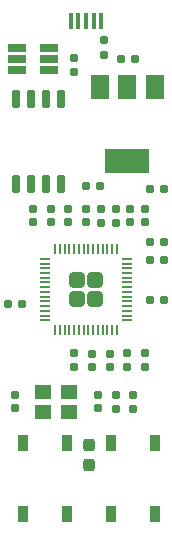
<source format=gbr>
%TF.GenerationSoftware,KiCad,Pcbnew,(6.0.6)*%
%TF.CreationDate,2022-06-27T18:40:53+02:00*%
%TF.ProjectId,rp2040-mini,72703230-3430-42d6-9d69-6e692e6b6963,rev?*%
%TF.SameCoordinates,Original*%
%TF.FileFunction,Paste,Top*%
%TF.FilePolarity,Positive*%
%FSLAX46Y46*%
G04 Gerber Fmt 4.6, Leading zero omitted, Abs format (unit mm)*
G04 Created by KiCad (PCBNEW (6.0.6)) date 2022-06-27 18:40:53*
%MOMM*%
%LPD*%
G01*
G04 APERTURE LIST*
G04 Aperture macros list*
%AMRoundRect*
0 Rectangle with rounded corners*
0 $1 Rounding radius*
0 $2 $3 $4 $5 $6 $7 $8 $9 X,Y pos of 4 corners*
0 Add a 4 corners polygon primitive as box body*
4,1,4,$2,$3,$4,$5,$6,$7,$8,$9,$2,$3,0*
0 Add four circle primitives for the rounded corners*
1,1,$1+$1,$2,$3*
1,1,$1+$1,$4,$5*
1,1,$1+$1,$6,$7*
1,1,$1+$1,$8,$9*
0 Add four rect primitives between the rounded corners*
20,1,$1+$1,$2,$3,$4,$5,0*
20,1,$1+$1,$4,$5,$6,$7,0*
20,1,$1+$1,$6,$7,$8,$9,0*
20,1,$1+$1,$8,$9,$2,$3,0*%
G04 Aperture macros list end*
%ADD10RoundRect,0.160000X0.160000X-0.197500X0.160000X0.197500X-0.160000X0.197500X-0.160000X-0.197500X0*%
%ADD11RoundRect,0.155000X0.155000X-0.212500X0.155000X0.212500X-0.155000X0.212500X-0.155000X-0.212500X0*%
%ADD12R,1.560000X0.650000*%
%ADD13RoundRect,0.225000X0.225000X-0.475000X0.225000X0.475000X-0.225000X0.475000X-0.225000X-0.475000X0*%
%ADD14RoundRect,0.249999X-0.395001X-0.395001X0.395001X-0.395001X0.395001X0.395001X-0.395001X0.395001X0*%
%ADD15RoundRect,0.050000X-0.387500X-0.050000X0.387500X-0.050000X0.387500X0.050000X-0.387500X0.050000X0*%
%ADD16RoundRect,0.050000X-0.050000X-0.387500X0.050000X-0.387500X0.050000X0.387500X-0.050000X0.387500X0*%
%ADD17R,1.500000X2.000000*%
%ADD18R,3.800000X2.000000*%
%ADD19RoundRect,0.150000X-0.150000X0.650000X-0.150000X-0.650000X0.150000X-0.650000X0.150000X0.650000X0*%
%ADD20RoundRect,0.155000X-0.155000X0.212500X-0.155000X-0.212500X0.155000X-0.212500X0.155000X0.212500X0*%
%ADD21R,0.400000X1.350000*%
%ADD22RoundRect,0.155000X-0.212500X-0.155000X0.212500X-0.155000X0.212500X0.155000X-0.212500X0.155000X0*%
%ADD23RoundRect,0.160000X-0.160000X0.197500X-0.160000X-0.197500X0.160000X-0.197500X0.160000X0.197500X0*%
%ADD24R,1.400000X1.200000*%
%ADD25RoundRect,0.155000X0.212500X0.155000X-0.212500X0.155000X-0.212500X-0.155000X0.212500X-0.155000X0*%
%ADD26RoundRect,0.237500X-0.237500X0.287500X-0.237500X-0.287500X0.237500X-0.287500X0.237500X0.287500X0*%
G04 APERTURE END LIST*
D10*
%TO.C,R5*%
X82000000Y-66597500D03*
X82000000Y-65402500D03*
%TD*%
D11*
%TO.C,C12*%
X82250000Y-54317500D03*
X82250000Y-53182500D03*
%TD*%
D12*
%TO.C,U2*%
X72650000Y-39550000D03*
X72650000Y-40500000D03*
X72650000Y-41450000D03*
X75350000Y-41450000D03*
X75350000Y-40500000D03*
X75350000Y-39550000D03*
%TD*%
D11*
%TO.C,C10*%
X78500000Y-54317500D03*
X78500000Y-53182500D03*
%TD*%
D13*
%TO.C,SW1*%
X73150000Y-79000000D03*
X73150000Y-73000000D03*
X76850000Y-79000000D03*
X76850000Y-73000000D03*
%TD*%
%TO.C,SW2*%
X80650000Y-79000000D03*
X80650000Y-73000000D03*
X84350000Y-79000000D03*
X84350000Y-73000000D03*
%TD*%
D14*
%TO.C,U1*%
X79300000Y-60800000D03*
X77700000Y-60800000D03*
X77700000Y-59200000D03*
X79300000Y-59200000D03*
D15*
X75062500Y-57400000D03*
X75062500Y-57800000D03*
X75062500Y-58200000D03*
X75062500Y-58600000D03*
X75062500Y-59000000D03*
X75062500Y-59400000D03*
X75062500Y-59800000D03*
X75062500Y-60200000D03*
X75062500Y-60600000D03*
X75062500Y-61000000D03*
X75062500Y-61400000D03*
X75062500Y-61800000D03*
X75062500Y-62200000D03*
X75062500Y-62600000D03*
D16*
X75900000Y-63437500D03*
X76300000Y-63437500D03*
X76700000Y-63437500D03*
X77100000Y-63437500D03*
X77500000Y-63437500D03*
X77900000Y-63437500D03*
X78300000Y-63437500D03*
X78700000Y-63437500D03*
X79100000Y-63437500D03*
X79500000Y-63437500D03*
X79900000Y-63437500D03*
X80300000Y-63437500D03*
X80700000Y-63437500D03*
X81100000Y-63437500D03*
D15*
X81937500Y-62600000D03*
X81937500Y-62200000D03*
X81937500Y-61800000D03*
X81937500Y-61400000D03*
X81937500Y-61000000D03*
X81937500Y-60600000D03*
X81937500Y-60200000D03*
X81937500Y-59800000D03*
X81937500Y-59400000D03*
X81937500Y-59000000D03*
X81937500Y-58600000D03*
X81937500Y-58200000D03*
X81937500Y-57800000D03*
X81937500Y-57400000D03*
D16*
X81100000Y-56562500D03*
X80700000Y-56562500D03*
X80300000Y-56562500D03*
X79900000Y-56562500D03*
X79500000Y-56562500D03*
X79100000Y-56562500D03*
X78700000Y-56562500D03*
X78300000Y-56562500D03*
X77900000Y-56562500D03*
X77500000Y-56562500D03*
X77100000Y-56562500D03*
X76700000Y-56562500D03*
X76300000Y-56562500D03*
X75900000Y-56562500D03*
%TD*%
D17*
%TO.C,U3*%
X84300000Y-42850000D03*
D18*
X82000000Y-49150000D03*
D17*
X82000000Y-42850000D03*
X79700000Y-42850000D03*
%TD*%
D19*
%TO.C,U4*%
X76405000Y-43900000D03*
X75135000Y-43900000D03*
X73865000Y-43900000D03*
X72595000Y-43900000D03*
X72595000Y-51100000D03*
X73865000Y-51100000D03*
X75135000Y-51100000D03*
X76405000Y-51100000D03*
%TD*%
D10*
%TO.C,R3*%
X83500000Y-66597500D03*
X83500000Y-65402500D03*
%TD*%
D20*
%TO.C,C6*%
X79500000Y-68932500D03*
X79500000Y-70067500D03*
%TD*%
D21*
%TO.C,J3*%
X79800000Y-37225000D03*
X79150000Y-37225000D03*
X78500000Y-37225000D03*
X77850000Y-37225000D03*
X77200000Y-37225000D03*
%TD*%
D22*
%TO.C,C1*%
X83932500Y-56000000D03*
X85067500Y-56000000D03*
%TD*%
%TO.C,C16*%
X78532500Y-51250000D03*
X79667500Y-51250000D03*
%TD*%
D23*
%TO.C,R2*%
X81000000Y-53152500D03*
X81000000Y-54347500D03*
%TD*%
D10*
%TO.C,R6*%
X82500000Y-70097500D03*
X82500000Y-68902500D03*
%TD*%
%TO.C,R1*%
X81000000Y-70097500D03*
X81000000Y-68902500D03*
%TD*%
D11*
%TO.C,C2*%
X83500000Y-54317500D03*
X83500000Y-53182500D03*
%TD*%
D20*
%TO.C,C7*%
X79000000Y-65432500D03*
X79000000Y-66567500D03*
%TD*%
D22*
%TO.C,C14*%
X81500000Y-40500000D03*
X82635000Y-40500000D03*
%TD*%
D24*
%TO.C,Y1*%
X77100000Y-68650000D03*
X74900000Y-68650000D03*
X74900000Y-70350000D03*
X77100000Y-70350000D03*
%TD*%
D23*
%TO.C,R4*%
X79750000Y-53152500D03*
X79750000Y-54347500D03*
%TD*%
D22*
%TO.C,C4*%
X83932500Y-57500000D03*
X85067500Y-57500000D03*
%TD*%
D11*
%TO.C,C8*%
X77000000Y-54317500D03*
X77000000Y-53182500D03*
%TD*%
D23*
%TO.C,R7*%
X77500000Y-40402500D03*
X77500000Y-41597500D03*
%TD*%
D11*
%TO.C,C11*%
X75500000Y-54317500D03*
X75500000Y-53182500D03*
%TD*%
D10*
%TO.C,R8*%
X77500000Y-66597500D03*
X77500000Y-65402500D03*
%TD*%
D25*
%TO.C,C17*%
X73067500Y-61200000D03*
X71932500Y-61200000D03*
%TD*%
D26*
%TO.C,D1*%
X78750000Y-73125000D03*
X78750000Y-74875000D03*
%TD*%
D11*
%TO.C,C3*%
X74000000Y-54317500D03*
X74000000Y-53182500D03*
%TD*%
D23*
%TO.C,FB1*%
X80000000Y-38902500D03*
X80000000Y-40097500D03*
%TD*%
D20*
%TO.C,C9*%
X80500000Y-65432500D03*
X80500000Y-66567500D03*
%TD*%
D22*
%TO.C,C15*%
X83932500Y-51460000D03*
X85067500Y-51460000D03*
%TD*%
%TO.C,C13*%
X83932500Y-60900000D03*
X85067500Y-60900000D03*
%TD*%
D20*
%TO.C,C5*%
X72500000Y-68932500D03*
X72500000Y-70067500D03*
%TD*%
M02*

</source>
